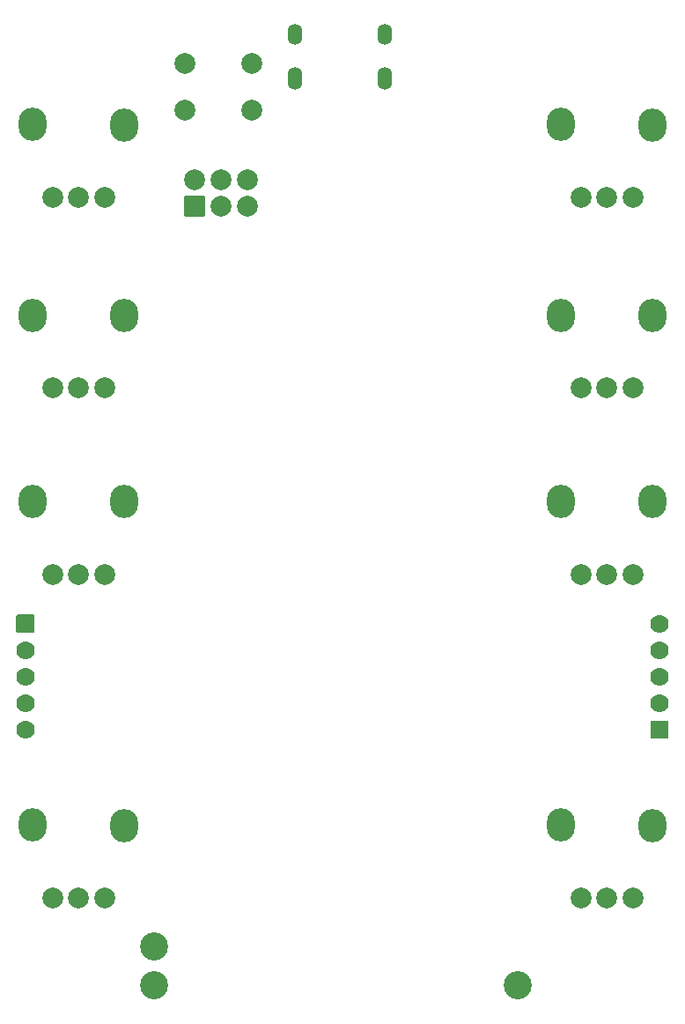
<source format=gbs>
G04 Layer: BottomSolderMaskLayer*
G04 EasyEDA v6.5.22, 2023-03-28 13:18:53*
G04 9d449dd0c0e0408fbd9c808f7c3628e3,f128b93731b54af8bf61243348d08170,10*
G04 Gerber Generator version 0.2*
G04 Scale: 100 percent, Rotated: No, Reflected: No *
G04 Dimensions in inches *
G04 leading zeros omitted , absolute positions ,3 integer and 6 decimal *
%FSLAX36Y36*%
%MOIN*%

%AMMACRO1*1,1,$1,$2,$3*1,1,$1,$4,$5*1,1,$1,0-$2,0-$3*1,1,$1,0-$4,0-$5*20,1,$1,$2,$3,$4,$5,0*20,1,$1,$4,$5,0-$2,0-$3,0*20,1,$1,0-$2,0-$3,0-$4,0-$5,0*20,1,$1,0-$4,0-$5,$2,$3,0*4,1,4,$2,$3,$4,$5,0-$2,0-$3,0-$4,0-$5,$2,$3,0*%
%ADD10MACRO1,0.008X-0.0354X0.0354X0.0354X0.0354*%
%ADD11C,0.0789*%
%ADD12C,0.1064*%
%ADD13O,0.055244X0.07886599999999999*%
%ADD14O,0.055244X0.08674*%
%ADD15C,0.0700*%
%ADD16R,0.0700X0.0700*%
%ADD17MACRO1,0.008X0.031X0.031X0.031X-0.031*%
%ADD18O,0.106425X0.12611*%

%LPD*%
D10*
G01*
X1740000Y2630000D03*
D11*
G01*
X1740000Y2730000D03*
G01*
X1840000Y2630000D03*
G01*
X1840000Y2730000D03*
G01*
X1940000Y2630000D03*
G01*
X1940000Y2730000D03*
D12*
G01*
X1586019Y-318820D03*
G01*
X1586019Y-171179D03*
G01*
X2963980Y-318820D03*
D11*
G01*
X1702049Y3168580D03*
G01*
X1957950Y3168580D03*
G01*
X1702049Y2991419D03*
G01*
X1957950Y2991419D03*
D13*
G01*
X2460079Y3278310D03*
G01*
X2119920Y3278310D03*
D14*
G01*
X2119920Y3113739D03*
G01*
X2460079Y3113739D03*
D15*
G01*
X3500000Y1050000D03*
G01*
X3500000Y950000D03*
G01*
X3500000Y850000D03*
G01*
X3500000Y750000D03*
D16*
G01*
X3500000Y650000D03*
D15*
G01*
X1100000Y650000D03*
G01*
X1100000Y750000D03*
G01*
X1100000Y850000D03*
G01*
X1100000Y950000D03*
D17*
G01*
X1100000Y1050000D03*
D18*
G01*
X1473230Y2937199D03*
G01*
X1126779Y2937790D03*
D11*
G01*
X1398419Y2662199D03*
G01*
X1300010Y2662199D03*
G01*
X1201580Y2662199D03*
D18*
G01*
X1473230Y2215949D03*
G01*
X1126779Y2216540D03*
D11*
G01*
X1398419Y1940949D03*
G01*
X1300010Y1940949D03*
G01*
X1201580Y1940949D03*
D18*
G01*
X1473230Y1512199D03*
G01*
X1126779Y1512790D03*
D11*
G01*
X1398419Y1237199D03*
G01*
X1300010Y1237199D03*
G01*
X1201580Y1237199D03*
D18*
G01*
X1473230Y287199D03*
G01*
X1126779Y287789D03*
D11*
G01*
X1398419Y12199D03*
G01*
X1300010Y12199D03*
G01*
X1201580Y12199D03*
D18*
G01*
X3473230Y2937199D03*
G01*
X3126779Y2937790D03*
D11*
G01*
X3398429Y2662199D03*
G01*
X3300010Y2662199D03*
G01*
X3201580Y2662199D03*
D18*
G01*
X3473230Y2215949D03*
G01*
X3126779Y2216540D03*
D11*
G01*
X3398429Y1940949D03*
G01*
X3300010Y1940949D03*
G01*
X3201580Y1940949D03*
D18*
G01*
X3473230Y1512199D03*
G01*
X3126779Y1512790D03*
D11*
G01*
X3398429Y1237199D03*
G01*
X3300010Y1237199D03*
G01*
X3201580Y1237199D03*
D18*
G01*
X3473230Y287199D03*
G01*
X3126779Y287789D03*
D11*
G01*
X3398429Y12199D03*
G01*
X3300010Y12199D03*
G01*
X3201580Y12199D03*
M02*

</source>
